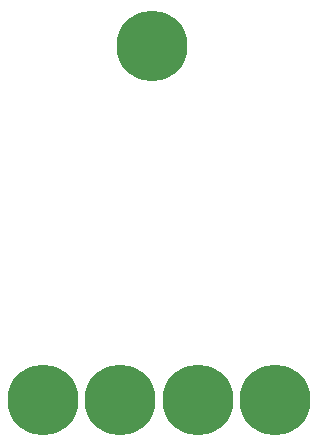
<source format=gbl>
G04 Layer: BottomLayer*
G04 EasyEDA v6.5.38, 2023-11-10 20:44:27*
G04 a2ce8b3098ff4e71ad7b38c7765d7841,93b1fbd85c6d4c91ac372c37b1ebbe7b,10*
G04 Gerber Generator version 0.2*
G04 Scale: 100 percent, Rotated: No, Reflected: No *
G04 Dimensions in millimeters *
G04 leading zeros omitted , absolute positions ,4 integer and 5 decimal *
%FSLAX45Y45*%
%MOMM*%

%ADD10C,0.2540*%
%ADD11C,6.0000*%
%ADD12C,1.5240*%

%LPD*%
D10*
X2346591Y4978400D02*
G01*
X2176589Y4978400D01*
X2006612Y4978400D02*
G01*
X2176589Y4978400D01*
X1426756Y1984400D02*
G01*
X1256753Y1984400D01*
X1086751Y1984400D02*
G01*
X1256753Y1984400D01*
X2082101Y1984400D02*
G01*
X1912099Y1984400D01*
X1742097Y1984400D02*
G01*
X1912099Y1984400D01*
X2737421Y1984400D02*
G01*
X2567419Y1984400D01*
X2397417Y1984400D02*
G01*
X2567419Y1984400D01*
X3392766Y1984400D02*
G01*
X3222764Y1984400D01*
X3052762Y1984400D02*
G01*
X3222764Y1984400D01*
D11*
G01*
X2176602Y4978400D03*
G01*
X1256766Y1984400D03*
G01*
X2567406Y1984400D03*
G01*
X3222752Y1984400D03*
G01*
X1912112Y1984400D03*
D12*
G01*
X2346604Y4978400D03*
G01*
X2006600Y4978400D03*
G01*
X1426743Y1984400D03*
G01*
X1086764Y1984400D03*
G01*
X2082088Y1984400D03*
G01*
X1742109Y1984400D03*
G01*
X2737408Y1984400D03*
G01*
X2397404Y1984400D03*
G01*
X3392754Y1984400D03*
G01*
X3052749Y1984400D03*
M02*

</source>
